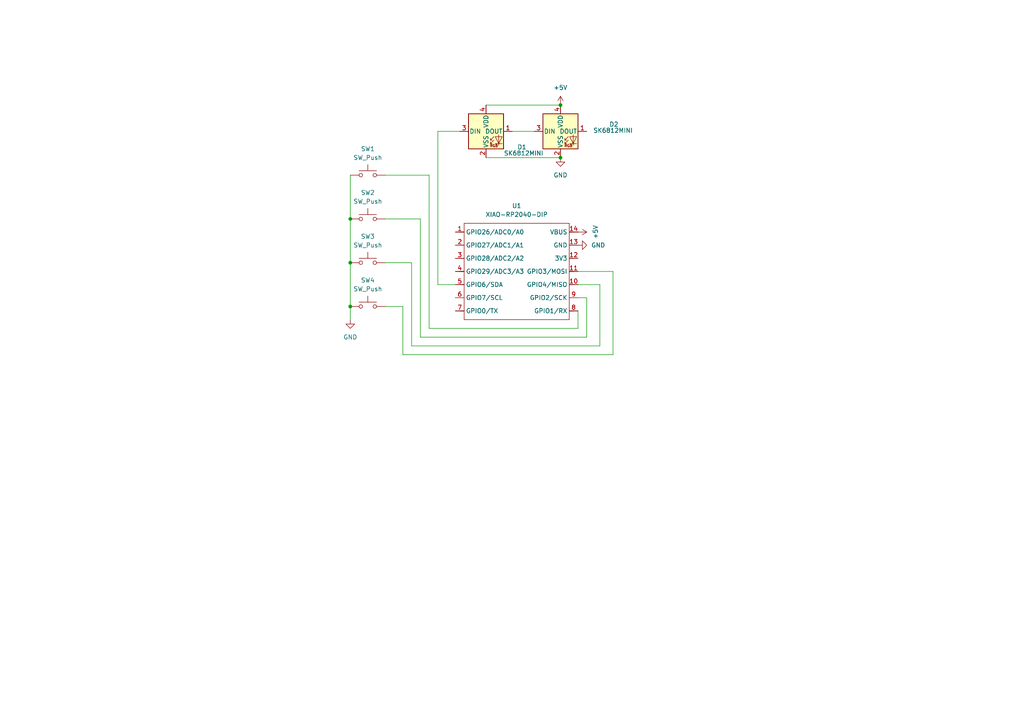
<source format=kicad_sch>
(kicad_sch (version 20250114) (generator "eeschema") (generator_version "9.0")
  (paper "A4")
  (lib_symbols
    (symbol "LED:SK6812MINI" (pin_names (offset 0.254))
      (property "Reference" "D2" (at 0 -7.62 0))
      (property "Value" "SK6812MINI" (at 0 -10.16 0))
      (symbol "SK6812MINI_0_0"
        (text "RGB" (at 2.286 -4.191 0) (effects (font (size 0.762 0.762))))
      )
      (symbol "SK6812MINI_0_1"
        (rectangle (start -5.08 5.08) (end 5.08 -5.08) (stroke (width 0.254)) (fill (type background)))
        (polyline (pts (xy 1.27 -2.54) (xy 1.778 -2.54)))
        (polyline (pts (xy 1.27 -3.556) (xy 1.778 -3.556)))
        (polyline (pts (xy 2.286 -1.524) (xy 1.27 -2.54) (xy 1.27 -2.032)))
        (polyline (pts (xy 2.286 -2.54) (xy 1.27 -3.556) (xy 1.27 -3.048)))
        (polyline (pts (xy 3.683 -1.016) (xy 3.683 -3.556) (xy 3.683 -4.064)))
        (polyline (pts (xy 4.699 -1.524) (xy 2.667 -1.524) (xy 3.683 -3.556) (xy 4.699 -1.524)))
        (polyline (pts (xy 4.699 -3.556) (xy 2.667 -3.556)))
      )
      (symbol "SK6812MINI_1_1"
        (pin input line (at -7.62 0 0) (length 2.54) (name "DIN") (number "3"))
        (pin power_in line (at 0 7.62 270) (length 2.54) (name "VDD") (number "4"))
        (pin power_in line (at 0 -7.62 90) (length 2.54) (name "VSS") (number "2"))
        (pin output line (at 7.62 0 180) (length 2.54) (name "DOUT") (number "1"))
      )
    )
    (symbol "Seeed_Studio_XIAO_Series:XIAO-RP2040-DIP"
      (property "Reference" "U" (at 0 0 0))
      (property "Value" "XIAO-RP2040-DIP" (at 5.334 -1.778 0))
      (symbol "XIAO-RP2040-DIP_1_0"
        (polyline (pts (xy -1.27 -2.54) (xy 29.21 -2.54)) (stroke (width 0.1524)))
        (polyline (pts (xy -1.27 -5.08) (xy -2.54 -5.08)) (stroke (width 0.1524)))
        (polyline (pts (xy -1.27 -5.08) (xy -1.27 -2.54)) (stroke (width 0.1524)))
        (polyline (pts (xy -1.27 -8.89) (xy -2.54 -8.89)) (stroke (width 0.1524)))
        (polyline (pts (xy -1.27 -8.89) (xy -1.27 -5.08)) (stroke (width 0.1524)))
        (polyline (pts (xy -1.27 -12.7) (xy -2.54 -12.7)) (stroke (width 0.1524)))
        (polyline (pts (xy -1.27 -12.7) (xy -1.27 -8.89)) (stroke (width 0.1524)))
        (polyline (pts (xy -1.27 -16.51) (xy -2.54 -16.51)) (stroke (width 0.1524)))
        (polyline (pts (xy -1.27 -16.51) (xy -1.27 -12.7)) (stroke (width 0.1524)))
        (polyline (pts (xy -1.27 -20.32) (xy -2.54 -20.32)) (stroke (width 0.1524)))
        (polyline (pts (xy -1.27 -24.13) (xy -2.54 -24.13)) (stroke (width 0.1524)))
        (polyline (pts (xy -1.27 -27.94) (xy -2.54 -27.94)) (stroke (width 0.1524)))
        (polyline (pts (xy -1.27 -30.48) (xy -1.27 -16.51)) (stroke (width 0.1524)))
        (polyline (pts (xy 29.21 -2.54) (xy 29.21 -5.08)) (stroke (width 0.1524)))
        (polyline (pts (xy 29.21 -5.08) (xy 29.21 -8.89)) (stroke (width 0.1524)))
        (polyline (pts (xy 29.21 -8.89) (xy 29.21 -12.7)) (stroke (width 0.1524)))
        (polyline (pts (xy 29.21 -12.7) (xy 29.21 -30.48)) (stroke (width 0.1524)))
        (polyline (pts (xy 29.21 -30.48) (xy -1.27 -30.48)) (stroke (width 0.1524)))
        (polyline (pts (xy 30.48 -5.08) (xy 29.21 -5.08)) (stroke (width 0.1524)))
        (polyline (pts (xy 30.48 -8.89) (xy 29.21 -8.89)) (stroke (width 0.1524)))
        (polyline (pts (xy 30.48 -12.7) (xy 29.21 -12.7)) (stroke (width 0.1524)))
        (polyline (pts (xy 30.48 -16.51) (xy 29.21 -16.51)) (stroke (width 0.1524)))
        (polyline (pts (xy 30.48 -20.32) (xy 29.21 -20.32)) (stroke (width 0.1524)))
        (polyline (pts (xy 30.48 -24.13) (xy 29.21 -24.13)) (stroke (width 0.1524)))
        (polyline (pts (xy 30.48 -27.94) (xy 29.21 -27.94)) (stroke (width 0.1524)))
        (pin passive line (at -3.81 -5.08 0) (length 2.54) (name "GPIO26/ADC0/A0") (number "1"))
        (pin passive line (at -3.81 -8.89 0) (length 2.54) (name "GPIO27/ADC1/A1") (number "2"))
        (pin passive line (at -3.81 -12.7 0) (length 2.54) (name "GPIO28/ADC2/A2") (number "3"))
        (pin passive line (at -3.81 -16.51 0) (length 2.54) (name "GPIO29/ADC3/A3") (number "4"))
        (pin passive line (at -3.81 -20.32 0) (length 2.54) (name "GPIO6/SDA") (number "5"))
        (pin passive line (at -3.81 -24.13 0) (length 2.54) (name "GPIO7/SCL") (number "6"))
        (pin passive line (at -3.81 -27.94 0) (length 2.54) (name "GPIO0/TX") (number "7"))
        (pin passive line (at 31.75 -5.08 180) (length 2.54) (name "VBUS") (number "14"))
        (pin passive line (at 31.75 -8.89 180) (length 2.54) (name "GND") (number "13"))
        (pin passive line (at 31.75 -12.7 180) (length 2.54) (name "3V3") (number "12"))
        (pin passive line (at 31.75 -16.51 180) (length 2.54) (name "GPIO3/MOSI") (number "11"))
        (pin passive line (at 31.75 -20.32 180) (length 2.54) (name "GPIO4/MISO") (number "10"))
        (pin passive line (at 31.75 -24.13 180) (length 2.54) (name "GPIO2/SCK") (number "9"))
        (pin passive line (at 31.75 -27.94 180) (length 2.54) (name "GPIO1/RX") (number "8"))
      )
    )
    (symbol "Switch:SW_Push" (pin_numbers (hide yes)) (pin_names (offset 1.016) (hide yes))
      (property "Reference" "SW" (at 1.27 2.54 0))
      (property "Value" "SW_Push" (at 0 -1.524 0))
      (symbol "SW_Push_0_1"
        (circle (center -2.032 0) (radius 0.508))
        (polyline (pts (xy 0 1.27) (xy 0 3.048)))
        (circle (center 2.032 0) (radius 0.508))
        (polyline (pts (xy 2.54 1.27) (xy -2.54 1.27)))
        (pin passive line (at -5.08 0 0) (length 2.54) (name "1") (number "1"))
        (pin passive line (at 5.08 0 180) (length 2.54) (name "2") (number "2"))
      )
    )
    (symbol "power:+5V" (power) (pin_numbers (hide yes)) (pin_names (offset 0) (hide yes))
      (property "Value" "+5V" (at 0 3.556 0))
      (symbol "+5V_0_1"
        (polyline (pts (xy -0.762 1.27) (xy 0 2.54)))
        (polyline (pts (xy 0 2.54) (xy 0.762 1.27)))
        (polyline (pts (xy 0 0) (xy 0 2.54)))
      )
      (symbol "+5V_1_1"
        (pin power_in line (at 0 0 90) (length 0) (name "~") (number "1"))
      )
    )
    (symbol "power:GND" (power) (pin_numbers (hide yes)) (pin_names (offset 0) (hide yes))
      (property "Value" "GND" (at 0 -3.81 0))
      (symbol "GND_0_1"
        (polyline (pts (xy 0 0) (xy 0 -1.27) (xy 1.27 -1.27) (xy 0 -2.54) (xy -1.27 -1.27) (xy 0 -1.27)))
      )
      (symbol "GND_1_1"
        (pin power_in line (at 0 0 270) (length 0) (name "~") (number "1"))
      )
    )
  )
  (junction (at 101.6 88.9))
  (junction (at 101.6 76.2))
  (junction (at 162.56 30.48))
  (junction (at 162.56 45.72))
  (junction (at 101.6 63.5))
  (wire (pts (xy 101.6 88.9) (xy 101.6 92.71)))
  (wire (pts (xy 111.76 63.5) (xy 121.92 63.5)))
  (wire (pts (xy 111.76 76.2) (xy 119.38 76.2)))
  (wire (pts (xy 124.46 95.25) (xy 167.64 95.25)))
  (wire (pts (xy 140.97 45.72) (xy 162.56 45.72)))
  (wire (pts (xy 121.92 63.5) (xy 121.92 97.79)))
  (wire (pts (xy 167.64 95.25) (xy 167.64 90.17)))
  (wire (pts (xy 148.59 38.1) (xy 154.94 38.1)))
  (wire (pts (xy 127 38.1) (xy 133.35 38.1)))
  (wire (pts (xy 111.76 88.9) (xy 116.84 88.9)))
  (wire (pts (xy 170.18 86.36) (xy 167.64 86.36)))
  (wire (pts (xy 111.76 50.8) (xy 124.46 50.8)))
  (wire (pts (xy 101.6 76.2) (xy 101.6 88.9)))
  (wire (pts (xy 167.64 82.55) (xy 173.99 82.55)))
  (wire (pts (xy 101.6 50.8) (xy 101.6 63.5)))
  (wire (pts (xy 177.8 78.74) (xy 167.64 78.74)))
  (wire (pts (xy 177.8 102.87) (xy 177.8 78.74)))
  (wire (pts (xy 132.08 82.55) (xy 127 82.55)))
  (wire (pts (xy 116.84 88.9) (xy 116.84 102.87)))
  (wire (pts (xy 116.84 102.87) (xy 177.8 102.87)))
  (wire (pts (xy 173.99 100.33) (xy 173.99 82.55)))
  (wire (pts (xy 170.18 97.79) (xy 170.18 86.36)))
  (wire (pts (xy 127 82.55) (xy 127 38.1)))
  (wire (pts (xy 124.46 50.8) (xy 124.46 95.25)))
  (wire (pts (xy 119.38 76.2) (xy 119.38 100.33)))
  (wire (pts (xy 101.6 63.5) (xy 101.6 76.2)))
  (wire (pts (xy 140.97 30.48) (xy 162.56 30.48)))
  (wire (pts (xy 121.92 97.79) (xy 170.18 97.79)))
  (wire (pts (xy 119.38 100.33) (xy 173.99 100.33)))
  (symbol (lib_id "Switch:SW_Push") (at 106.68 63.5 0) (unit 1)
    (property "Reference" "SW2" (at 106.68 55.88 0))
    (property "Value" "SW_Push" (at 106.68 58.42 0))
    (property "Footprint" "Button_Switch_Keyboard:SW_Cherry_MX_1.00u_PCB" (effects (hide yes)))
    (property "Description" "Push button switch, generic, two pins" (effects (hide yes)))
  )
  (symbol (lib_id "power:+5V") (at 167.64 67.31 270) (mirror x) (unit 1)
    (property "Reference" "#PWR03" (effects (hide yes)))
    (property "Value" "+5V" (at 172.72 67.31 0))
    (property "Description" "Power symbol creates a global label with name \"+5V\"" (effects (hide yes)))
  )
  (symbol (lib_id "Switch:SW_Push") (at 106.68 88.9 0) (unit 1)
    (property "Reference" "SW4" (at 106.68 81.28 0))
    (property "Value" "SW_Push" (at 106.68 83.82 0))
    (property "Footprint" "Button_Switch_Keyboard:SW_Cherry_MX_1.00u_PCB" (effects (hide yes)))
    (property "Description" "Push button switch, generic, two pins" (effects (hide yes)))
  )
  (symbol (lib_id "power:GND") (at 167.64 71.12 90) (unit 1)
    (property "Reference" "#PWR02" (effects (hide yes)))
    (property "Value" "GND" (at 171.45 71.1199 90) (effects (justify right)))
    (property "Description" "Power symbol creates a global label with name \"GND\" , ground" (effects (hide yes)))
  )
  (symbol (lib_id "LED:SK6812MINI") (at 140.97 38.1 0) (unit 1)
    (property "Reference" "D1" (at 151.384 42.672 0))
    (property "Value" "SK6812MINI" (at 151.892 44.45 0))
    (property "Footprint" "LED_SMD:LED_SK6812MINI_PLCC4_3.5x3.5mm_P1.75mm" (effects (hide yes)))
    (property "Datasheet" "https://cdn-shop.adafruit.com/product-files/2686/SK6812MINI_REV.01-1-2.pdf" (effects (hide yes)))
    (property "Description" "RGB LED with integrated controller" (effects (hide yes)))
  )
  (symbol (lib_id "LED:SK6812MINI") (at 162.56 38.1 0) (unit 1)
    (property "Reference" "D2" (at 178.054 36.068 0))
    (property "Value" "SK6812MINI" (at 177.8 37.846 0))
    (property "Footprint" "LED_SMD:LED_SK6812MINI_PLCC4_3.5x3.5mm_P1.75mm" (effects (hide yes)))
    (property "Datasheet" "https://cdn-shop.adafruit.com/product-files/2686/SK6812MINI_REV.01-1-2.pdf" (effects (hide yes)))
    (property "Description" "RGB LED with integrated controller" (effects (hide yes)))
  )
  (symbol (lib_id "Seeed_Studio_XIAO_Series:XIAO-RP2040-DIP") (at 135.89 62.23 0) (unit 1)
    (property "Reference" "U1" (at 149.86 59.69 0))
    (property "Value" "XIAO-RP2040-DIP" (at 149.86 62.23 0))
    (property "Footprint" "assets:XIAO-RP2040-DIP" (effects (hide yes)))
  )
  (symbol (lib_id "Switch:SW_Push") (at 106.68 76.2 0) (unit 1)
    (property "Reference" "SW3" (at 106.68 68.58 0))
    (property "Value" "SW_Push" (at 106.68 71.12 0))
    (property "Footprint" "Button_Switch_Keyboard:SW_Cherry_MX_1.00u_PCB" (effects (hide yes)))
    (property "Description" "Push button switch, generic, two pins" (effects (hide yes)))
  )
  (symbol (lib_id "Switch:SW_Push") (at 106.68 50.8 0) (unit 1)
    (property "Reference" "SW1" (at 106.68 43.18 0))
    (property "Value" "SW_Push" (at 106.68 45.72 0))
    (property "Footprint" "Button_Switch_Keyboard:SW_Cherry_MX_1.00u_PCB" (effects (hide yes)))
    (property "Description" "Push button switch, generic, two pins" (effects (hide yes)))
  )
  (symbol (lib_id "power:+5V") (at 162.56 30.48 0) (unit 1)
    (property "Reference" "#PWR05" (effects (hide yes)))
    (property "Value" "+5V" (at 162.56 25.4 0))
    (property "Description" "Power symbol creates a global label with name \"+5V\"" (effects (hide yes)))
  )
  (symbol (lib_id "power:GND") (at 162.56 45.72 0) (unit 1)
    (property "Reference" "#PWR04" (effects (hide yes)))
    (property "Value" "GND" (at 162.56 50.8 0))
    (property "Description" "Power symbol creates a global label with name \"GND\" , ground" (effects (hide yes)))
  )
  (symbol (lib_id "power:GND") (at 101.6 92.71 0) (unit 1)
    (property "Reference" "#PWR01" (effects (hide yes)))
    (property "Value" "GND" (at 101.6 97.79 0))
    (property "Description" "Power symbol creates a global label with name \"GND\" , ground" (effects (hide yes)))
  )
)
</source>
